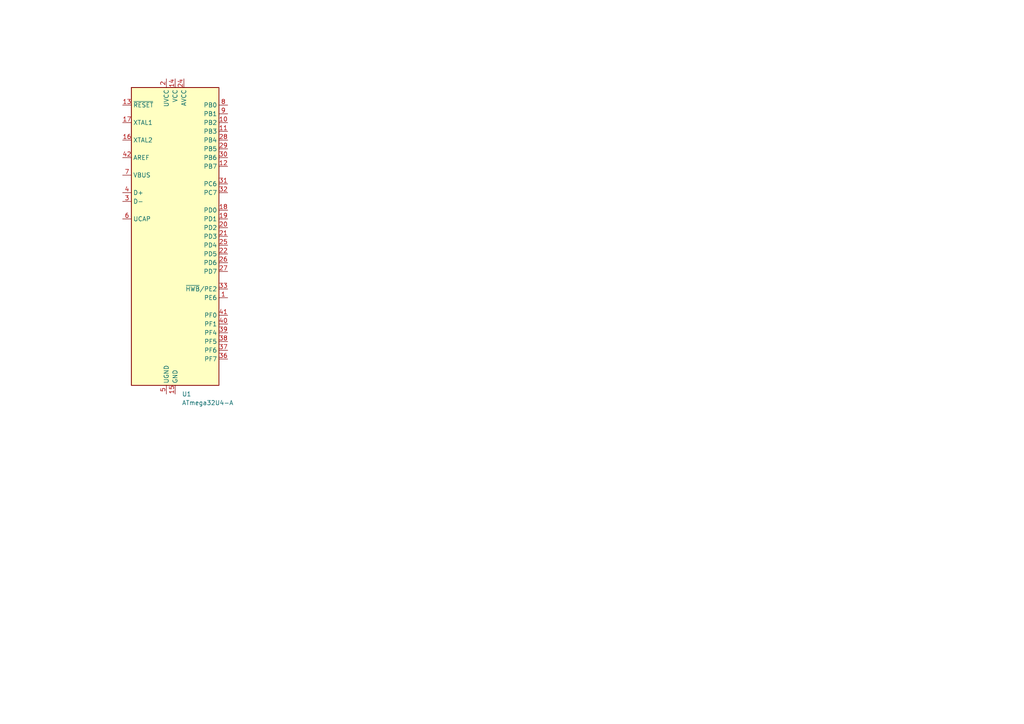
<source format=kicad_sch>
(kicad_sch (version 20230121) (generator eeschema)
  (paper "A4")
  (lib_symbols
    (symbol "MCU_Microchip_ATmega:ATmega32U4-A"
      (property "Reference" "U" (at -12.7 44.45 0))
      (property "Value" "ATmega32U4-A" (at 2.54 -44.45 0))
      (symbol "ATmega32U4-A_0_1"
        (rectangle (start -12.7 -43.18) (end 12.7 43.18) (stroke (width 0.254)) (fill (type background)))
      )
      (symbol "ATmega32U4-A_1_1"
        (pin bidirectional line (at 15.24 -17.78 180) (length 2.54) (name "PE6") (number "1"))
        (pin bidirectional line (at 15.24 33.02 180) (length 2.54) (name "PB2") (number "10"))
        (pin bidirectional line (at 15.24 30.48 180) (length 2.54) (name "PB3") (number "11"))
        (pin bidirectional line (at 15.24 20.32 180) (length 2.54) (name "PB7") (number "12"))
        (pin input line (at -15.24 38.1 0) (length 2.54) (name "~{RESET}") (number "13"))
        (pin power_in line (at 0 45.72 270) (length 2.54) (name "VCC") (number "14"))
        (pin power_in line (at 0 -45.72 90) (length 2.54) (name "GND") (number "15"))
        (pin output line (at -15.24 27.94 0) (length 2.54) (name "XTAL2") (number "16"))
        (pin input line (at -15.24 33.02 0) (length 2.54) (name "XTAL1") (number "17"))
        (pin bidirectional line (at 15.24 7.62 180) (length 2.54) (name "PD0") (number "18"))
        (pin bidirectional line (at 15.24 5.08 180) (length 2.54) (name "PD1") (number "19"))
        (pin power_in line (at -2.54 45.72 270) (length 2.54) (name "UVCC") (number "2"))
        (pin bidirectional line (at 15.24 2.54 180) (length 2.54) (name "PD2") (number "20"))
        (pin bidirectional line (at 15.24 0 180) (length 2.54) (name "PD3") (number "21"))
        (pin bidirectional line (at 15.24 -5.08 180) (length 2.54) (name "PD5") (number "22"))
        (pin passive line (at 0 -45.72 90) (length 2.54) hide (name "GND") (number "23"))
        (pin power_in line (at 2.54 45.72 270) (length 2.54) (name "AVCC") (number "24"))
        (pin bidirectional line (at 15.24 -2.54 180) (length 2.54) (name "PD4") (number "25"))
        (pin bidirectional line (at 15.24 -7.62 180) (length 2.54) (name "PD6") (number "26"))
        (pin bidirectional line (at 15.24 -10.16 180) (length 2.54) (name "PD7") (number "27"))
        (pin bidirectional line (at 15.24 27.94 180) (length 2.54) (name "PB4") (number "28"))
        (pin bidirectional line (at 15.24 25.4 180) (length 2.54) (name "PB5") (number "29"))
        (pin bidirectional line (at -15.24 10.16 0) (length 2.54) (name "D-") (number "3"))
        (pin bidirectional line (at 15.24 22.86 180) (length 2.54) (name "PB6") (number "30"))
        (pin bidirectional line (at 15.24 15.24 180) (length 2.54) (name "PC6") (number "31"))
        (pin bidirectional line (at 15.24 12.7 180) (length 2.54) (name "PC7") (number "32"))
        (pin bidirectional line (at 15.24 -15.24 180) (length 2.54) (name "~{HWB}/PE2") (number "33"))
        (pin passive line (at 0 45.72 270) (length 2.54) hide (name "VCC") (number "34"))
        (pin passive line (at 0 -45.72 90) (length 2.54) hide (name "GND") (number "35"))
        (pin bidirectional line (at 15.24 -35.56 180) (length 2.54) (name "PF7") (number "36"))
        (pin bidirectional line (at 15.24 -33.02 180) (length 2.54) (name "PF6") (number "37"))
        (pin bidirectional line (at 15.24 -30.48 180) (length 2.54) (name "PF5") (number "38"))
        (pin bidirectional line (at 15.24 -27.94 180) (length 2.54) (name "PF4") (number "39"))
        (pin bidirectional line (at -15.24 12.7 0) (length 2.54) (name "D+") (number "4"))
        (pin bidirectional line (at 15.24 -25.4 180) (length 2.54) (name "PF1") (number "40"))
        (pin bidirectional line (at 15.24 -22.86 180) (length 2.54) (name "PF0") (number "41"))
        (pin passive line (at -15.24 22.86 0) (length 2.54) (name "AREF") (number "42"))
        (pin passive line (at 0 -45.72 90) (length 2.54) hide (name "GND") (number "43"))
        (pin passive line (at 2.54 45.72 270) (length 2.54) hide (name "AVCC") (number "44"))
        (pin passive line (at -2.54 -45.72 90) (length 2.54) (name "UGND") (number "5"))
        (pin passive line (at -15.24 5.08 0) (length 2.54) (name "UCAP") (number "6"))
        (pin input line (at -15.24 17.78 0) (length 2.54) (name "VBUS") (number "7"))
        (pin bidirectional line (at 15.24 38.1 180) (length 2.54) (name "PB0") (number "8"))
        (pin bidirectional line (at 15.24 35.56 180) (length 2.54) (name "PB1") (number "9"))
      )
    )
  )
  (symbol (lib_id "MCU_Microchip_ATmega:ATmega32U4-A") (at 50.8 68.58 0) (unit 1)
    (property "Reference" "U1" (at 52.7559 114.3 0) (effects (justify left)))
    (property "Value" "ATmega32U4-A" (at 52.7559 116.84 0) (effects (justify left)))
    (property "Footprint" "Package_QFP:TQFP-44_10x10mm_P0.8mm" (effects hide))
    (property "Datasheet" "http://ww1.microchip.com/downloads/en/DeviceDoc/Atmel-7766-8-bit-AVR-ATmega16U4-32U4_Datasheet.pdf" (effects hide))
  )
)
</source>
